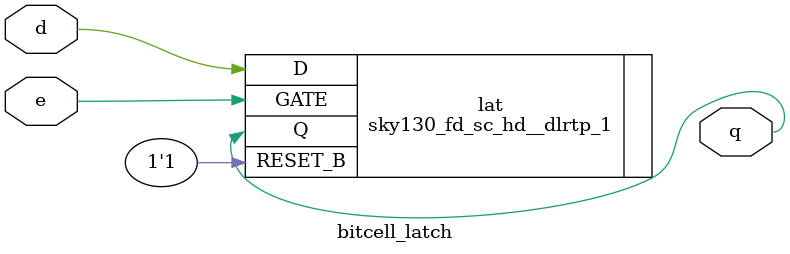
<source format=sv>

module mult1b (
    input  logic A1, A2,
    output logic ZN
);
    sky130_fd_sc_hd__nor2_1 mult1b(.A (A1), .B (A2), .Y (ZN));
endmodule

//! Single-bit full adder
module fa (
    input  logic A, B, CI, 
    output logic CO, S
);
    sky130_fd_sc_hd__fa_1 fa(.A (A), .B (B), .CIN(CI), .COUT (CO), .SUM (S));
endmodule

//! Bit-Cell-Replacement Latch
module bitcell_latch (
    input logic d, e,
    output logic q 
);
    sky130_fd_sc_hd__dlrtp_1 lat (.Q(q), .RESET_B(1'b1), .D(d), .GATE(e));
    
endmodule


</source>
